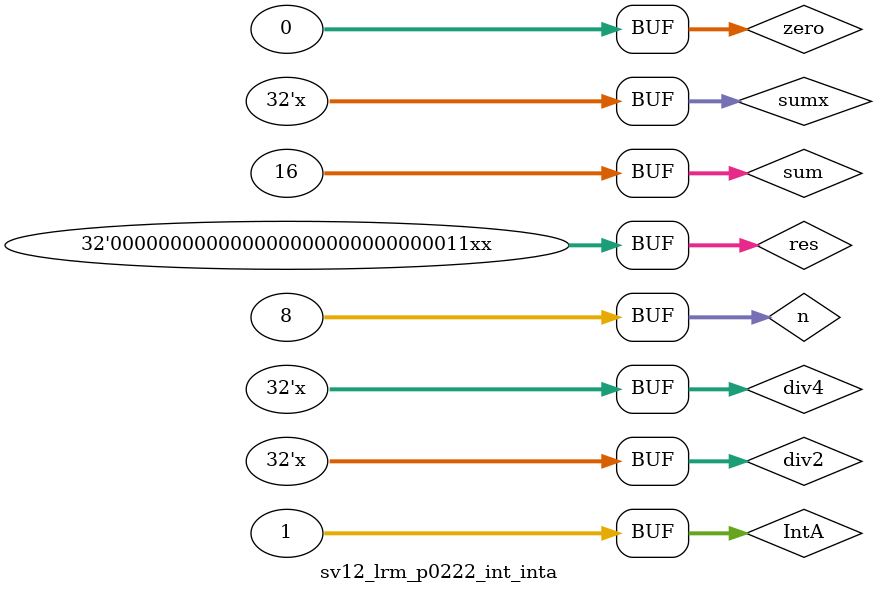
<source format=sv>

module sv12_lrm_p0222_int_inta;


  int IntA;

  initial begin
    IntA = -12 / 3;       // The result is -4
    IntA = -'d 12 / 3;    // The result is 1431655761
    IntA = -'sd 12 / 3;   // The result is -4
    IntA = -4'sd 12 / 3;  // -4'sd12 is the negative of the 4-bit
                          // quantity 1100, which is -4. -(-4) = 4
                          // The result is 1
  end

  int n = 8, zero = 0;
  int res = 'b01xz | n;  // res gets 'b11xz coerced to int, or 'b1100
  int sum = n + n;       // sum gets 16 coerced to int, or 16
  int sumx = 'x + n;     // sumx gets 'x coerced to int, or 0
  int div2 = n/zero + n;  // div2 gets 'x coerced to int, or 0
  integer div4 = n/zero + n;  // div4 gets 'x

endmodule : sv12_lrm_p0222_int_inta

</source>
